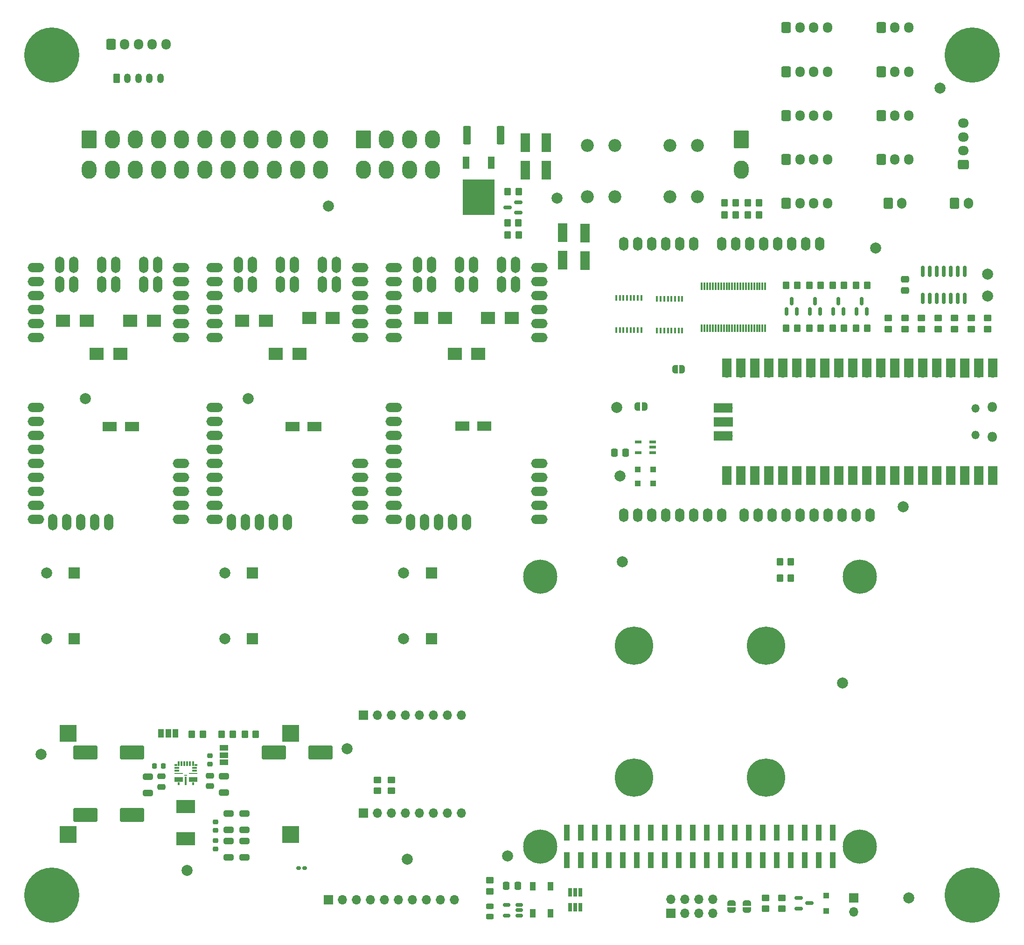
<source format=gbr>
%TF.GenerationSoftware,KiCad,Pcbnew,6.0.5+dfsg-1~bpo11+1*%
%TF.CreationDate,2022-06-23T19:20:11+00:00*%
%TF.ProjectId,OpenMowerMainboard,4f70656e-4d6f-4776-9572-4d61696e626f,rev?*%
%TF.SameCoordinates,Original*%
%TF.FileFunction,Soldermask,Top*%
%TF.FilePolarity,Negative*%
%FSLAX46Y46*%
G04 Gerber Fmt 4.6, Leading zero omitted, Abs format (unit mm)*
G04 Created by KiCad (PCBNEW 6.0.5+dfsg-1~bpo11+1) date 2022-06-23 19:20:11*
%MOMM*%
%LPD*%
G01*
G04 APERTURE LIST*
G04 Aperture macros list*
%AMRoundRect*
0 Rectangle with rounded corners*
0 $1 Rounding radius*
0 $2 $3 $4 $5 $6 $7 $8 $9 X,Y pos of 4 corners*
0 Add a 4 corners polygon primitive as box body*
4,1,4,$2,$3,$4,$5,$6,$7,$8,$9,$2,$3,0*
0 Add four circle primitives for the rounded corners*
1,1,$1+$1,$2,$3*
1,1,$1+$1,$4,$5*
1,1,$1+$1,$6,$7*
1,1,$1+$1,$8,$9*
0 Add four rect primitives between the rounded corners*
20,1,$1+$1,$2,$3,$4,$5,0*
20,1,$1+$1,$4,$5,$6,$7,0*
20,1,$1+$1,$6,$7,$8,$9,0*
20,1,$1+$1,$8,$9,$2,$3,0*%
%AMFreePoly0*
4,1,22,0.500000,-0.750000,0.000000,-0.750000,0.000000,-0.745033,-0.079941,-0.743568,-0.215256,-0.701293,-0.333266,-0.622738,-0.424486,-0.514219,-0.481581,-0.384460,-0.499164,-0.250000,-0.500000,-0.250000,-0.500000,0.250000,-0.499164,0.250000,-0.499963,0.256109,-0.478152,0.396186,-0.417904,0.524511,-0.324060,0.630769,-0.204165,0.706417,-0.067858,0.745374,0.000000,0.744959,0.000000,0.750000,
0.500000,0.750000,0.500000,-0.750000,0.500000,-0.750000,$1*%
%AMFreePoly1*
4,1,20,0.000000,0.744959,0.073905,0.744508,0.209726,0.703889,0.328688,0.626782,0.421226,0.519385,0.479903,0.390333,0.500000,0.250000,0.500000,-0.250000,0.499851,-0.262216,0.476331,-0.402017,0.414519,-0.529596,0.319384,-0.634700,0.198574,-0.708877,0.061801,-0.746166,0.000000,-0.745033,0.000000,-0.750000,-0.500000,-0.750000,-0.500000,0.750000,0.000000,0.750000,0.000000,0.744959,
0.000000,0.744959,$1*%
G04 Aperture macros list end*
%ADD10RoundRect,0.250001X-1.099999X-1.399999X1.099999X-1.399999X1.099999X1.399999X-1.099999X1.399999X0*%
%ADD11O,2.700000X3.300000*%
%ADD12RoundRect,0.250000X-0.600000X-0.725000X0.600000X-0.725000X0.600000X0.725000X-0.600000X0.725000X0*%
%ADD13O,1.700000X1.950000*%
%ADD14RoundRect,0.249999X-0.350001X-0.625001X0.350001X-0.625001X0.350001X0.625001X-0.350001X0.625001X0*%
%ADD15O,1.200000X1.750000*%
%ADD16C,0.900000*%
%ADD17C,10.000000*%
%ADD18R,1.800000X3.500000*%
%ADD19C,2.000000*%
%ADD20O,3.000000X1.700000*%
%ADD21O,1.700000X3.000000*%
%ADD22R,0.400000X1.000000*%
%ADD23RoundRect,0.250000X-0.450000X0.350000X-0.450000X-0.350000X0.450000X-0.350000X0.450000X0.350000X0*%
%ADD24RoundRect,0.225000X-0.250000X0.225000X-0.250000X-0.225000X0.250000X-0.225000X0.250000X0.225000X0*%
%ADD25RoundRect,0.150000X-0.587500X-0.150000X0.587500X-0.150000X0.587500X0.150000X-0.587500X0.150000X0*%
%ADD26RoundRect,0.250000X0.350000X0.450000X-0.350000X0.450000X-0.350000X-0.450000X0.350000X-0.450000X0*%
%ADD27RoundRect,0.250000X-0.350000X-0.450000X0.350000X-0.450000X0.350000X0.450000X-0.350000X0.450000X0*%
%ADD28RoundRect,0.250000X-0.337500X-0.475000X0.337500X-0.475000X0.337500X0.475000X-0.337500X0.475000X0*%
%ADD29R,2.000000X2.000000*%
%ADD30RoundRect,0.243750X-0.456250X0.243750X-0.456250X-0.243750X0.456250X-0.243750X0.456250X0.243750X0*%
%ADD31C,6.950000*%
%ADD32RoundRect,0.150000X0.512500X0.150000X-0.512500X0.150000X-0.512500X-0.150000X0.512500X-0.150000X0*%
%ADD33RoundRect,0.250000X1.950000X1.000000X-1.950000X1.000000X-1.950000X-1.000000X1.950000X-1.000000X0*%
%ADD34C,2.350000*%
%ADD35RoundRect,0.250000X0.450000X-0.350000X0.450000X0.350000X-0.450000X0.350000X-0.450000X-0.350000X0*%
%ADD36R,1.100000X1.100000*%
%ADD37R,1.700000X1.700000*%
%ADD38O,1.700000X1.700000*%
%ADD39RoundRect,0.225000X0.250000X-0.225000X0.250000X0.225000X-0.250000X0.225000X-0.250000X-0.225000X0*%
%ADD40RoundRect,0.250000X0.650000X-0.325000X0.650000X0.325000X-0.650000X0.325000X-0.650000X-0.325000X0*%
%ADD41R,2.500000X2.300000*%
%ADD42R,3.429000X2.413000*%
%ADD43R,2.500000X1.800000*%
%ADD44RoundRect,0.250000X-0.475000X0.337500X-0.475000X-0.337500X0.475000X-0.337500X0.475000X0.337500X0*%
%ADD45RoundRect,0.150000X0.150000X-0.587500X0.150000X0.587500X-0.150000X0.587500X-0.150000X-0.587500X0*%
%ADD46R,3.048000X3.048000*%
%ADD47C,6.200000*%
%ADD48R,1.000000X3.000000*%
%ADD49FreePoly0,180.000000*%
%ADD50FreePoly1,180.000000*%
%ADD51RoundRect,0.250000X-0.650000X0.325000X-0.650000X-0.325000X0.650000X-0.325000X0.650000X0.325000X0*%
%ADD52R,0.650000X1.560000*%
%ADD53RoundRect,0.250000X-0.600000X-0.750000X0.600000X-0.750000X0.600000X0.750000X-0.600000X0.750000X0*%
%ADD54O,1.700000X2.000000*%
%ADD55RoundRect,0.250000X-1.950000X-1.000000X1.950000X-1.000000X1.950000X1.000000X-1.950000X1.000000X0*%
%ADD56R,1.500000X1.000000*%
%ADD57R,0.300000X1.425000*%
%ADD58R,1.150000X0.600000*%
%ADD59RoundRect,0.225000X0.225000X0.250000X-0.225000X0.250000X-0.225000X-0.250000X0.225000X-0.250000X0*%
%ADD60RoundRect,0.250000X0.725000X-0.600000X0.725000X0.600000X-0.725000X0.600000X-0.725000X-0.600000X0*%
%ADD61O,1.950000X1.700000*%
%ADD62RoundRect,0.250000X-0.475000X0.250000X-0.475000X-0.250000X0.475000X-0.250000X0.475000X0.250000X0*%
%ADD63R,1.200000X2.200000*%
%ADD64R,5.800000X6.400000*%
%ADD65R,1.000000X1.500000*%
%ADD66O,1.500000X1.500000*%
%ADD67O,1.800000X1.800000*%
%ADD68R,1.700000X3.500000*%
%ADD69R,3.500000X1.700000*%
%ADD70RoundRect,0.160000X0.222500X0.160000X-0.222500X0.160000X-0.222500X-0.160000X0.222500X-0.160000X0*%
%ADD71FreePoly0,90.000000*%
%ADD72FreePoly1,90.000000*%
%ADD73RoundRect,0.250000X0.337500X0.475000X-0.337500X0.475000X-0.337500X-0.475000X0.337500X-0.475000X0*%
%ADD74R,0.875000X0.300000*%
%ADD75R,1.525000X0.250000*%
%ADD76R,1.525000X0.950000*%
%ADD77R,0.450000X0.600000*%
%ADD78R,0.300000X1.650000*%
%ADD79R,0.450000X0.875000*%
%ADD80R,0.300000X0.875000*%
%ADD81R,0.500000X0.350000*%
%ADD82R,0.600000X0.250000*%
%ADD83RoundRect,0.249999X0.450001X1.425001X-0.450001X1.425001X-0.450001X-1.425001X0.450001X-1.425001X0*%
%ADD84RoundRect,0.150000X0.150000X-0.825000X0.150000X0.825000X-0.150000X0.825000X-0.150000X-0.825000X0*%
%ADD85O,1.727200X2.500000*%
%ADD86RoundRect,0.150000X0.587500X0.150000X-0.587500X0.150000X-0.587500X-0.150000X0.587500X-0.150000X0*%
G04 APERTURE END LIST*
D10*
%TO.C,J1*%
X33250000Y-45250000D03*
D11*
X37450000Y-45250000D03*
X41650000Y-45250000D03*
X45850000Y-45250000D03*
X50050000Y-45250000D03*
X54250000Y-45250000D03*
X58450000Y-45250000D03*
X62650000Y-45250000D03*
X66850000Y-45250000D03*
X71050000Y-45250000D03*
X75250000Y-45250000D03*
X33250000Y-50750000D03*
X37450000Y-50750000D03*
X41650000Y-50750000D03*
X45850000Y-50750000D03*
X50050000Y-50750000D03*
X54250000Y-50750000D03*
X58450000Y-50750000D03*
X62650000Y-50750000D03*
X66850000Y-50750000D03*
X71050000Y-50750000D03*
X75250000Y-50750000D03*
%TD*%
D10*
%TO.C,J2*%
X83000000Y-45250000D03*
D11*
X87200000Y-45250000D03*
X91400000Y-45250000D03*
X95600000Y-45250000D03*
X83000000Y-50750000D03*
X87200000Y-50750000D03*
X91400000Y-50750000D03*
X95600000Y-50750000D03*
%TD*%
D10*
%TO.C,J3*%
X151600000Y-45250000D03*
D11*
X151600000Y-50750000D03*
%TD*%
D12*
%TO.C,J13*%
X177000000Y-40935000D03*
D13*
X179500000Y-40935000D03*
X182000000Y-40935000D03*
%TD*%
D12*
%TO.C,J14*%
X177000000Y-48902500D03*
D13*
X179500000Y-48902500D03*
X182000000Y-48902500D03*
%TD*%
D12*
%TO.C,J5*%
X159750000Y-25000000D03*
D13*
X162250000Y-25000000D03*
X164750000Y-25000000D03*
X167250000Y-25000000D03*
%TD*%
D12*
%TO.C,J6*%
X159750000Y-32967500D03*
D13*
X162250000Y-32967500D03*
X164750000Y-32967500D03*
X167250000Y-32967500D03*
%TD*%
D12*
%TO.C,J7*%
X159750000Y-40935000D03*
D13*
X162250000Y-40935000D03*
X164750000Y-40935000D03*
X167250000Y-40935000D03*
%TD*%
D12*
%TO.C,J8*%
X159750000Y-48902500D03*
D13*
X162250000Y-48902500D03*
X164750000Y-48902500D03*
X167250000Y-48902500D03*
%TD*%
D12*
%TO.C,J9*%
X159750000Y-56870000D03*
D13*
X162250000Y-56870000D03*
X164750000Y-56870000D03*
X167250000Y-56870000D03*
%TD*%
D12*
%TO.C,J12*%
X177000000Y-32967500D03*
D13*
X179500000Y-32967500D03*
X182000000Y-32967500D03*
%TD*%
D14*
%TO.C,J10*%
X38200000Y-34200000D03*
D15*
X40200000Y-34200000D03*
X42200000Y-34200000D03*
X44200000Y-34200000D03*
X46200000Y-34200000D03*
%TD*%
D12*
%TO.C,J11*%
X177000000Y-25000000D03*
D13*
X179500000Y-25000000D03*
X182000000Y-25000000D03*
%TD*%
D16*
%TO.C,H1*%
X23848350Y-32651650D03*
X29151650Y-27348350D03*
X22750000Y-30000000D03*
X30250000Y-30000000D03*
X23848350Y-27348350D03*
X29151650Y-32651650D03*
X26500000Y-26250000D03*
X26500000Y-33750000D03*
D17*
X26500000Y-30000000D03*
%TD*%
D16*
%TO.C,H2*%
X30250000Y-182500000D03*
D17*
X26500000Y-182500000D03*
D16*
X23848350Y-179848350D03*
X22750000Y-182500000D03*
X29151650Y-179848350D03*
X26500000Y-186250000D03*
X29151650Y-185151650D03*
X26500000Y-178750000D03*
X23848350Y-185151650D03*
%TD*%
%TO.C,H3*%
X196151650Y-32651650D03*
X197250000Y-30000000D03*
X193500000Y-26250000D03*
D17*
X193500000Y-30000000D03*
D16*
X193500000Y-33750000D03*
X196151650Y-27348350D03*
X190848350Y-27348350D03*
X190848350Y-32651650D03*
X189750000Y-30000000D03*
%TD*%
%TO.C,H4*%
X193500000Y-186250000D03*
X196151650Y-179848350D03*
X197250000Y-182500000D03*
X190848350Y-185151650D03*
X190848350Y-179848350D03*
X196151650Y-185151650D03*
D17*
X193500000Y-182500000D03*
D16*
X189750000Y-182500000D03*
X193500000Y-178750000D03*
%TD*%
D18*
%TO.C,D15*%
X123250000Y-67300000D03*
X123250000Y-62300000D03*
%TD*%
D19*
%TO.C,FID16*%
X118200000Y-55950000D03*
%TD*%
D20*
%TO.C,U5*%
X56060000Y-111775000D03*
X56060000Y-109235000D03*
X56060000Y-104155000D03*
X56060000Y-101615000D03*
X56060000Y-99075000D03*
X56060000Y-76215000D03*
X82460000Y-73675000D03*
X82460000Y-76215000D03*
X56060000Y-106695000D03*
X56060000Y-73675000D03*
X56060000Y-96535000D03*
D21*
X59100000Y-114815000D03*
X61640000Y-114815000D03*
X66720000Y-114815000D03*
X69260000Y-114815000D03*
D20*
X82460000Y-114315000D03*
X82460000Y-111775000D03*
X82460000Y-109235000D03*
X82460000Y-106695000D03*
X82460000Y-68595000D03*
D21*
X64180000Y-114815000D03*
D20*
X82460000Y-71135000D03*
X56060000Y-93995000D03*
X56060000Y-114315000D03*
X82460000Y-104155000D03*
X56060000Y-68595000D03*
X56060000Y-71135000D03*
D21*
X75610000Y-71635000D03*
X78150000Y-71635000D03*
X78150000Y-68095000D03*
X75610000Y-68095000D03*
X70530000Y-68095000D03*
X67990000Y-71635000D03*
X70530000Y-71635000D03*
X67990000Y-68095000D03*
D20*
X56060000Y-78755000D03*
X56060000Y-81295000D03*
X82460000Y-81295000D03*
X82460000Y-78755000D03*
D21*
X60370000Y-68095000D03*
X62910000Y-71635000D03*
X62910000Y-68095000D03*
X60370000Y-71635000D03*
%TD*%
D22*
%TO.C,U9*%
X128925000Y-79900000D03*
X129575000Y-79900000D03*
X130225000Y-79900000D03*
X130875000Y-79900000D03*
X131525000Y-79900000D03*
X132175000Y-79900000D03*
X132825000Y-79900000D03*
X133475000Y-79900000D03*
X133475000Y-74100000D03*
X132825000Y-74100000D03*
X132175000Y-74100000D03*
X131525000Y-74100000D03*
X130875000Y-74100000D03*
X130225000Y-74100000D03*
X129575000Y-74100000D03*
X128925000Y-74100000D03*
%TD*%
D23*
%TO.C,R5*%
X159000000Y-183000000D03*
X159000000Y-185000000D03*
%TD*%
D24*
%TO.C,C19*%
X56200000Y-172625000D03*
X56200000Y-174175000D03*
%TD*%
D25*
%TO.C,Q3*%
X162062500Y-183050000D03*
X162062500Y-184950000D03*
X163937500Y-184000000D03*
%TD*%
D26*
%TO.C,R41*%
X154800000Y-56800000D03*
X152800000Y-56800000D03*
%TD*%
D27*
%TO.C,R26*%
X109220000Y-62650000D03*
X111220000Y-62650000D03*
%TD*%
D19*
%TO.C,FID6*%
X130000000Y-122000000D03*
%TD*%
D28*
%TO.C,C25*%
X108962500Y-180800000D03*
X111037500Y-180800000D03*
%TD*%
D29*
%TO.C,C3*%
X62849646Y-124000000D03*
D19*
X57849646Y-124000000D03*
%TD*%
D30*
%TO.C,D23*%
X106000000Y-184522500D03*
X106000000Y-186397500D03*
%TD*%
D31*
%TO.C,MH6*%
X132100000Y-161200000D03*
%TD*%
D32*
%TO.C,U7*%
X111307500Y-186220000D03*
X111307500Y-185270000D03*
X111307500Y-184320000D03*
X109032500Y-184320000D03*
X109032500Y-186220000D03*
%TD*%
D33*
%TO.C,C10*%
X41000000Y-168000000D03*
X32600000Y-168000000D03*
%TD*%
D34*
%TO.C,F4*%
X128675000Y-55700000D03*
X123675000Y-55700000D03*
X143675000Y-55700000D03*
X138675000Y-55700000D03*
%TD*%
D26*
%TO.C,R40*%
X150600000Y-56800000D03*
X148600000Y-56800000D03*
%TD*%
D35*
%TO.C,R50*%
X196320000Y-79720000D03*
X196320000Y-77720000D03*
%TD*%
D26*
%TO.C,R43*%
X154800000Y-59000000D03*
X152800000Y-59000000D03*
%TD*%
D23*
%TO.C,R13*%
X88090000Y-161600000D03*
X88090000Y-163600000D03*
%TD*%
D36*
%TO.C,D14*%
X132800000Y-107800000D03*
X135600000Y-107800000D03*
%TD*%
D29*
%TO.C,C2*%
X30517323Y-136000000D03*
D19*
X25517323Y-136000000D03*
%TD*%
D20*
%TO.C,U4*%
X23560000Y-111775000D03*
X23560000Y-109235000D03*
X23560000Y-104155000D03*
X23560000Y-101615000D03*
X23560000Y-99075000D03*
X23560000Y-76215000D03*
X49960000Y-73675000D03*
X23560000Y-106695000D03*
X23560000Y-73675000D03*
X49960000Y-76215000D03*
X23560000Y-96535000D03*
D21*
X26600000Y-114815000D03*
X29140000Y-114815000D03*
X34220000Y-114815000D03*
X36760000Y-114815000D03*
D20*
X49960000Y-114315000D03*
X49960000Y-111775000D03*
X49960000Y-109235000D03*
X49960000Y-106695000D03*
D21*
X31680000Y-114815000D03*
D20*
X23560000Y-71135000D03*
X23560000Y-114315000D03*
X49960000Y-71135000D03*
X49960000Y-68595000D03*
X23560000Y-93995000D03*
X49960000Y-104155000D03*
X23560000Y-68595000D03*
D21*
X45650000Y-68095000D03*
X43110000Y-71635000D03*
X45650000Y-71635000D03*
X43110000Y-68095000D03*
X38030000Y-71635000D03*
X35490000Y-71635000D03*
X35490000Y-68095000D03*
X38030000Y-68095000D03*
D20*
X23560000Y-81295000D03*
X23560000Y-78755000D03*
X49960000Y-81295000D03*
X49960000Y-78755000D03*
D21*
X30410000Y-71635000D03*
X27870000Y-71635000D03*
X30410000Y-68095000D03*
X27870000Y-68095000D03*
%TD*%
D37*
%TO.C,J20*%
X76650000Y-183350000D03*
D38*
X79190000Y-183350000D03*
X81730000Y-183350000D03*
X84270000Y-183350000D03*
X86810000Y-183350000D03*
X89350000Y-183350000D03*
X91890000Y-183350000D03*
X94430000Y-183350000D03*
X96970000Y-183350000D03*
X99510000Y-183350000D03*
%TD*%
D27*
%TO.C,R15*%
X168216666Y-79600000D03*
X170216666Y-79600000D03*
%TD*%
D31*
%TO.C,MH7*%
X132100000Y-137200000D03*
%TD*%
D29*
%TO.C,C4*%
X95349646Y-136000000D03*
D19*
X90349646Y-136000000D03*
%TD*%
%TO.C,FID5*%
X182000000Y-183000000D03*
%TD*%
D23*
%TO.C,R48*%
X193320000Y-77720000D03*
X193320000Y-79720000D03*
%TD*%
D33*
%TO.C,C9*%
X41000000Y-156600000D03*
X32600000Y-156600000D03*
%TD*%
D39*
%TO.C,C18*%
X56200000Y-170775000D03*
X56200000Y-169225000D03*
%TD*%
D19*
%TO.C,FID11*%
X80100000Y-155950000D03*
%TD*%
D40*
%TO.C,C16*%
X58600000Y-170675000D03*
X58600000Y-167725000D03*
%TD*%
D41*
%TO.C,D7*%
X73175000Y-77750000D03*
X77475000Y-77750000D03*
%TD*%
D42*
%TO.C,L1*%
X50800000Y-166479000D03*
X50800000Y-172321000D03*
%TD*%
D43*
%TO.C,D19*%
X70150000Y-97400000D03*
X74150000Y-97400000D03*
%TD*%
D41*
%TO.C,D5*%
X28545000Y-78250000D03*
X32845000Y-78250000D03*
%TD*%
D20*
%TO.C,U6*%
X88560000Y-111775000D03*
X88560000Y-109235000D03*
X88560000Y-104155000D03*
X88560000Y-101615000D03*
X88560000Y-99075000D03*
X114960000Y-76215000D03*
X114960000Y-73675000D03*
X88560000Y-73675000D03*
X88560000Y-76215000D03*
X88560000Y-106695000D03*
X88560000Y-96535000D03*
D21*
X91600000Y-114815000D03*
X94140000Y-114815000D03*
X99220000Y-114815000D03*
X101760000Y-114815000D03*
D20*
X114960000Y-114315000D03*
X114960000Y-111775000D03*
X114960000Y-109235000D03*
X114960000Y-106695000D03*
X114960000Y-104155000D03*
X88560000Y-93995000D03*
X114960000Y-68595000D03*
D21*
X96680000Y-114815000D03*
D20*
X88560000Y-114315000D03*
X88560000Y-68595000D03*
X88560000Y-71135000D03*
X114960000Y-71135000D03*
D21*
X110650000Y-71635000D03*
X108110000Y-71635000D03*
X110650000Y-68095000D03*
X108110000Y-68095000D03*
X100490000Y-68095000D03*
X100490000Y-71635000D03*
X103030000Y-68095000D03*
X103030000Y-71635000D03*
D20*
X88560000Y-81295000D03*
X114960000Y-78755000D03*
X114960000Y-81295000D03*
X88560000Y-78755000D03*
D21*
X95410000Y-68095000D03*
X92870000Y-68095000D03*
X95410000Y-71635000D03*
X92870000Y-71635000D03*
%TD*%
D41*
%TO.C,D9*%
X67100000Y-84250000D03*
X71400000Y-84250000D03*
%TD*%
D26*
%TO.C,R11*%
X59300000Y-153300000D03*
X57300000Y-153300000D03*
%TD*%
D35*
%TO.C,R7*%
X85550000Y-163600000D03*
X85550000Y-161600000D03*
%TD*%
D31*
%TO.C,MH5*%
X156100000Y-161200000D03*
%TD*%
D36*
%TO.C,D13*%
X135600000Y-105200000D03*
X132800000Y-105200000D03*
%TD*%
D35*
%TO.C,R44*%
X187320000Y-79720000D03*
X187320000Y-77720000D03*
%TD*%
D26*
%TO.C,R12*%
X63500000Y-153300000D03*
X61500000Y-153300000D03*
%TD*%
D34*
%TO.C,F2*%
X123675000Y-46350000D03*
X128675000Y-46350000D03*
X138675000Y-46350000D03*
X143675000Y-46350000D03*
%TD*%
D29*
%TO.C,C8*%
X95349646Y-124000000D03*
D19*
X90349646Y-124000000D03*
%TD*%
D29*
%TO.C,C6*%
X30517323Y-124000000D03*
D19*
X25517323Y-124000000D03*
%TD*%
D22*
%TO.C,U10*%
X136325000Y-80000000D03*
X136975000Y-80000000D03*
X137625000Y-80000000D03*
X138275000Y-80000000D03*
X138925000Y-80000000D03*
X139575000Y-80000000D03*
X140225000Y-80000000D03*
X140875000Y-80000000D03*
X140875000Y-74200000D03*
X140225000Y-74200000D03*
X139575000Y-74200000D03*
X138925000Y-74200000D03*
X138275000Y-74200000D03*
X137625000Y-74200000D03*
X136975000Y-74200000D03*
X136325000Y-74200000D03*
%TD*%
D43*
%TO.C,D20*%
X100950000Y-97350000D03*
X104950000Y-97350000D03*
%TD*%
D44*
%TO.C,C5*%
X181320000Y-70682500D03*
X181320000Y-72757500D03*
%TD*%
D19*
%TO.C,FID1*%
X91000000Y-176000000D03*
%TD*%
%TO.C,FID9*%
X109200000Y-175400000D03*
%TD*%
D45*
%TO.C,Q16*%
X172499999Y-76537500D03*
X174399999Y-76537500D03*
X173449999Y-74662500D03*
%TD*%
D12*
%TO.C,J4*%
X37200000Y-28000000D03*
D13*
X39700000Y-28000000D03*
X42200000Y-28000000D03*
X44700000Y-28000000D03*
X47200000Y-28000000D03*
%TD*%
D46*
%TO.C,U1*%
X29450000Y-171524000D03*
X29450000Y-153124000D03*
X69850000Y-153124000D03*
X69850000Y-171524000D03*
%TD*%
D19*
%TO.C,FID10*%
X62100000Y-92400000D03*
%TD*%
D47*
%TO.C,MH3*%
X115100000Y-124700000D03*
%TD*%
D48*
%TO.C,J21*%
X119970000Y-171180000D03*
X119970000Y-176220000D03*
X122510000Y-171180000D03*
X122510000Y-176220000D03*
X125050000Y-171180000D03*
X125050000Y-176220000D03*
X127590000Y-171180000D03*
X127590000Y-176220000D03*
X130130000Y-171180000D03*
X130130000Y-176220000D03*
X132670000Y-171180000D03*
X132670000Y-176220000D03*
X135210000Y-171180000D03*
X135210000Y-176220000D03*
X137750000Y-171180000D03*
X137750000Y-176220000D03*
X140290000Y-171180000D03*
X140290000Y-176220000D03*
X142830000Y-171180000D03*
X142830000Y-176220000D03*
X145370000Y-171180000D03*
X145370000Y-176220000D03*
X147910000Y-171180000D03*
X147910000Y-176220000D03*
X150450000Y-171180000D03*
X150450000Y-176220000D03*
X152990000Y-171180000D03*
X152990000Y-176220000D03*
X155530000Y-171180000D03*
X155530000Y-176220000D03*
X158070000Y-171180000D03*
X158070000Y-176220000D03*
X160610000Y-171180000D03*
X160610000Y-176220000D03*
X163150000Y-171180000D03*
X163150000Y-176220000D03*
X165690000Y-171180000D03*
X165690000Y-176220000D03*
X168230000Y-171180000D03*
X168230000Y-176220000D03*
%TD*%
D49*
%TO.C,JP6*%
X134050000Y-93800000D03*
D50*
X132750000Y-93800000D03*
%TD*%
D23*
%TO.C,R46*%
X181320000Y-77720000D03*
X181320000Y-79720000D03*
%TD*%
D27*
%TO.C,R2*%
X158600000Y-122030000D03*
X160600000Y-122030000D03*
%TD*%
%TO.C,R9*%
X163983333Y-79600000D03*
X165983333Y-79600000D03*
%TD*%
%TO.C,R10*%
X163983333Y-71800000D03*
X165983333Y-71800000D03*
%TD*%
D29*
%TO.C,C7*%
X62849646Y-136000000D03*
D19*
X57849646Y-136000000D03*
%TD*%
D27*
%TO.C,R19*%
X172449999Y-79600000D03*
X174449999Y-79600000D03*
%TD*%
D51*
%TO.C,C20*%
X61400000Y-172725000D03*
X61400000Y-175675000D03*
%TD*%
D41*
%TO.C,D10*%
X105675000Y-77750000D03*
X109975000Y-77750000D03*
%TD*%
D52*
%TO.C,U3*%
X122430000Y-182060000D03*
X121480000Y-182060000D03*
X120530000Y-182060000D03*
X120530000Y-184760000D03*
X121480000Y-184760000D03*
X122430000Y-184760000D03*
%TD*%
D23*
%TO.C,R18*%
X106000000Y-179840000D03*
X106000000Y-181840000D03*
%TD*%
D26*
%TO.C,R42*%
X150600000Y-59000000D03*
X148600000Y-59000000D03*
%TD*%
D23*
%TO.C,R49*%
X190320000Y-77720000D03*
X190320000Y-79720000D03*
%TD*%
D27*
%TO.C,R16*%
X168216666Y-71800000D03*
X170216666Y-71800000D03*
%TD*%
D51*
%TO.C,C11*%
X57700000Y-160925000D03*
X57700000Y-163875000D03*
%TD*%
D40*
%TO.C,C22*%
X61400000Y-170675000D03*
X61400000Y-167725000D03*
%TD*%
D53*
%TO.C,J18*%
X190320000Y-56870000D03*
D54*
X192820000Y-56870000D03*
%TD*%
D55*
%TO.C,C23*%
X66800000Y-156600000D03*
X75200000Y-156600000D03*
%TD*%
D47*
%TO.C,MH4*%
X173100000Y-124700000D03*
%TD*%
D56*
%TO.C,JP5*%
X57700000Y-155800000D03*
X57700000Y-157100000D03*
X57700000Y-158400000D03*
%TD*%
D39*
%TO.C,C17*%
X55200000Y-158775000D03*
X55200000Y-157225000D03*
%TD*%
D27*
%TO.C,R27*%
X109170000Y-60450000D03*
X111170000Y-60450000D03*
%TD*%
D35*
%TO.C,R4*%
X156000000Y-185000000D03*
X156000000Y-183000000D03*
%TD*%
D57*
%TO.C,IC1*%
X155950000Y-71988000D03*
X155450000Y-71988000D03*
X154950000Y-71988000D03*
X154450000Y-71988000D03*
X153950000Y-71988000D03*
X153450000Y-71988000D03*
X152950000Y-71988000D03*
X152450000Y-71988000D03*
X151950000Y-71988000D03*
X151450000Y-71988000D03*
X150950000Y-71988000D03*
X150450000Y-71988000D03*
X149950000Y-71988000D03*
X149450000Y-71988000D03*
X148950000Y-71988000D03*
X148450000Y-71988000D03*
X147950000Y-71988000D03*
X147450000Y-71988000D03*
X146950000Y-71988000D03*
X146450000Y-71988000D03*
X145950000Y-71988000D03*
X145450000Y-71988000D03*
X144950000Y-71988000D03*
X144450000Y-71988000D03*
X144450000Y-79612000D03*
X144950000Y-79612000D03*
X145450000Y-79612000D03*
X145950000Y-79612000D03*
X146450000Y-79612000D03*
X146950000Y-79612000D03*
X147450000Y-79612000D03*
X147950000Y-79612000D03*
X148450000Y-79612000D03*
X148950000Y-79612000D03*
X149450000Y-79612000D03*
X149950000Y-79612000D03*
X150450000Y-79612000D03*
X150950000Y-79612000D03*
X151450000Y-79612000D03*
X151950000Y-79612000D03*
X152450000Y-79612000D03*
X152950000Y-79612000D03*
X153450000Y-79612000D03*
X153950000Y-79612000D03*
X154450000Y-79612000D03*
X154950000Y-79612000D03*
X155450000Y-79612000D03*
X155950000Y-79612000D03*
%TD*%
D58*
%TO.C,IC2*%
X135500000Y-102150000D03*
X135500000Y-101200000D03*
X135500000Y-100250000D03*
X132900000Y-100250000D03*
X132900000Y-102150000D03*
%TD*%
D53*
%TO.C,J17*%
X178250000Y-56870000D03*
D54*
X180750000Y-56870000D03*
%TD*%
D59*
%TO.C,C15*%
X46675000Y-159100000D03*
X45125000Y-159100000D03*
%TD*%
D45*
%TO.C,Q13*%
X159800000Y-76537500D03*
X161700000Y-76537500D03*
X160750000Y-74662500D03*
%TD*%
D41*
%TO.C,D11*%
X93545000Y-77750000D03*
X97845000Y-77750000D03*
%TD*%
D19*
%TO.C,FID15*%
X24550000Y-156950000D03*
%TD*%
D27*
%TO.C,R20*%
X172449999Y-71800000D03*
X174449999Y-71800000D03*
%TD*%
D60*
%TO.C,J19*%
X191870000Y-49852500D03*
D61*
X191870000Y-47352500D03*
X191870000Y-44852500D03*
X191870000Y-42352500D03*
%TD*%
D41*
%TO.C,D4*%
X40675000Y-78250000D03*
X44975000Y-78250000D03*
%TD*%
D45*
%TO.C,Q15*%
X168266666Y-76537500D03*
X170166666Y-76537500D03*
X169216666Y-74662500D03*
%TD*%
D19*
%TO.C,FID13*%
X32550000Y-92400000D03*
%TD*%
D62*
%TO.C,C14*%
X55200000Y-160850000D03*
X55200000Y-162750000D03*
%TD*%
D19*
%TO.C,FID12*%
X76650000Y-57400000D03*
%TD*%
D41*
%TO.C,D12*%
X99600000Y-84250000D03*
X103900000Y-84250000D03*
%TD*%
D43*
%TO.C,D18*%
X37000000Y-97400000D03*
X41000000Y-97400000D03*
%TD*%
D47*
%TO.C,MH2*%
X115100000Y-173700000D03*
%TD*%
D41*
%TO.C,D6*%
X34600000Y-84250000D03*
X38900000Y-84250000D03*
%TD*%
D63*
%TO.C,Q6*%
X106230000Y-49480000D03*
D64*
X103950000Y-55780000D03*
D63*
X101670000Y-49480000D03*
%TD*%
D27*
%TO.C,R8*%
X51900000Y-153300000D03*
X53900000Y-153300000D03*
%TD*%
D65*
%TO.C,D25*%
X113785000Y-185805000D03*
X116985000Y-185805000D03*
X116985000Y-180905000D03*
X113785000Y-180905000D03*
%TD*%
D31*
%TO.C,MH8*%
X156100000Y-137200000D03*
%TD*%
D19*
%TO.C,TP5*%
X129600000Y-106400000D03*
%TD*%
D66*
%TO.C,U11*%
X194115000Y-94140000D03*
D67*
X197145000Y-99290000D03*
D66*
X194115000Y-98990000D03*
D67*
X197145000Y-93840000D03*
D38*
X197275000Y-87675000D03*
D68*
X197275000Y-86775000D03*
X194735000Y-86775000D03*
D38*
X194735000Y-87675000D03*
D37*
X192195000Y-87675000D03*
D68*
X192195000Y-86775000D03*
X189655000Y-86775000D03*
D38*
X189655000Y-87675000D03*
D68*
X187115000Y-86775000D03*
D38*
X187115000Y-87675000D03*
D68*
X184575000Y-86775000D03*
D38*
X184575000Y-87675000D03*
X182035000Y-87675000D03*
D68*
X182035000Y-86775000D03*
D37*
X179495000Y-87675000D03*
D68*
X179495000Y-86775000D03*
X176955000Y-86775000D03*
D38*
X176955000Y-87675000D03*
X174415000Y-87675000D03*
D68*
X174415000Y-86775000D03*
D38*
X171875000Y-87675000D03*
D68*
X171875000Y-86775000D03*
X169335000Y-86775000D03*
D38*
X169335000Y-87675000D03*
D37*
X166795000Y-87675000D03*
D68*
X166795000Y-86775000D03*
X164255000Y-86775000D03*
D38*
X164255000Y-87675000D03*
X161715000Y-87675000D03*
D68*
X161715000Y-86775000D03*
X159175000Y-86775000D03*
D38*
X159175000Y-87675000D03*
D68*
X156635000Y-86775000D03*
D38*
X156635000Y-87675000D03*
D37*
X154095000Y-87675000D03*
D68*
X154095000Y-86775000D03*
D38*
X151555000Y-87675000D03*
D68*
X151555000Y-86775000D03*
D38*
X149015000Y-87675000D03*
D68*
X149015000Y-86775000D03*
D38*
X149015000Y-105455000D03*
D68*
X149015000Y-106355000D03*
D38*
X151555000Y-105455000D03*
D68*
X151555000Y-106355000D03*
X154095000Y-106355000D03*
D37*
X154095000Y-105455000D03*
D38*
X156635000Y-105455000D03*
D68*
X156635000Y-106355000D03*
X159175000Y-106355000D03*
D38*
X159175000Y-105455000D03*
D68*
X161715000Y-106355000D03*
D38*
X161715000Y-105455000D03*
D68*
X164255000Y-106355000D03*
D38*
X164255000Y-105455000D03*
D68*
X166795000Y-106355000D03*
D37*
X166795000Y-105455000D03*
D38*
X169335000Y-105455000D03*
D68*
X169335000Y-106355000D03*
X171875000Y-106355000D03*
D38*
X171875000Y-105455000D03*
D68*
X174415000Y-106355000D03*
D38*
X174415000Y-105455000D03*
D68*
X176955000Y-106355000D03*
D38*
X176955000Y-105455000D03*
D68*
X179495000Y-106355000D03*
D37*
X179495000Y-105455000D03*
D38*
X182035000Y-105455000D03*
D68*
X182035000Y-106355000D03*
X184575000Y-106355000D03*
D38*
X184575000Y-105455000D03*
X187115000Y-105455000D03*
D68*
X187115000Y-106355000D03*
D38*
X189655000Y-105455000D03*
D68*
X189655000Y-106355000D03*
D37*
X192195000Y-105455000D03*
D68*
X192195000Y-106355000D03*
X194735000Y-106355000D03*
D38*
X194735000Y-105455000D03*
X197275000Y-105455000D03*
D68*
X197275000Y-106355000D03*
D69*
X148345000Y-94025000D03*
D38*
X149245000Y-94025000D03*
D69*
X148345000Y-96565000D03*
D37*
X149245000Y-96565000D03*
D38*
X149245000Y-99105000D03*
D69*
X148345000Y-99105000D03*
%TD*%
D70*
%TO.C,D17*%
X72372500Y-177600000D03*
X71227500Y-177600000D03*
%TD*%
D37*
%TO.C,J23*%
X83000000Y-149870000D03*
D38*
X85540000Y-149870000D03*
X88080000Y-149870000D03*
X90620000Y-149870000D03*
X93160000Y-149870000D03*
X95700000Y-149870000D03*
X98240000Y-149870000D03*
X100780000Y-149870000D03*
%TD*%
D27*
%TO.C,R3*%
X159750000Y-79600000D03*
X161750000Y-79600000D03*
%TD*%
D19*
%TO.C,FID4*%
X176000000Y-65000000D03*
%TD*%
D26*
%TO.C,R28*%
X111230000Y-54750000D03*
X109230000Y-54750000D03*
%TD*%
D37*
%TO.C,J16*%
X83000000Y-167650000D03*
D38*
X85540000Y-167650000D03*
X88080000Y-167650000D03*
X90620000Y-167650000D03*
X93160000Y-167650000D03*
X95700000Y-167650000D03*
X98240000Y-167650000D03*
X100780000Y-167650000D03*
%TD*%
D49*
%TO.C,JP9*%
X140850000Y-87000000D03*
D50*
X139550000Y-87000000D03*
%TD*%
D18*
%TO.C,D2*%
X112400000Y-45900000D03*
X112400000Y-50900000D03*
%TD*%
D19*
%TO.C,FID7*%
X51000000Y-178000000D03*
%TD*%
D71*
%TO.C,JP8*%
X152600000Y-185250000D03*
D72*
X152600000Y-183950000D03*
%TD*%
D73*
%TO.C,C1*%
X130637500Y-102200000D03*
X128562500Y-102200000D03*
%TD*%
D74*
%TO.C,IC3*%
X49188000Y-159450000D03*
X49188000Y-159950000D03*
D75*
X49513000Y-160450000D03*
D76*
X49513000Y-161500000D03*
D77*
X49475000Y-162275000D03*
D78*
X50800000Y-161750000D03*
D77*
X52125000Y-162275000D03*
D76*
X52087000Y-161500000D03*
D75*
X52087000Y-160450000D03*
D74*
X52412000Y-159950000D03*
X52412000Y-159450000D03*
D79*
X52125000Y-158663000D03*
D80*
X51550000Y-158663000D03*
X51050000Y-158663000D03*
X50550000Y-158663000D03*
X50050000Y-158663000D03*
D79*
X49475000Y-158663000D03*
D81*
X49000000Y-158925000D03*
D82*
X50800000Y-160800000D03*
D81*
X52600000Y-158925000D03*
%TD*%
D19*
%TO.C,FID14*%
X187650000Y-35950000D03*
%TD*%
D41*
%TO.C,D8*%
X61045000Y-78250000D03*
X65345000Y-78250000D03*
%TD*%
D19*
%TO.C,TP2*%
X196320000Y-69720000D03*
%TD*%
D51*
%TO.C,C21*%
X58600000Y-172725000D03*
X58600000Y-175675000D03*
%TD*%
D37*
%TO.C,J22*%
X138800000Y-185800000D03*
D38*
X138800000Y-183260000D03*
X141340000Y-185800000D03*
X141340000Y-183260000D03*
X143880000Y-185800000D03*
X143880000Y-183260000D03*
X146420000Y-185800000D03*
X146420000Y-183260000D03*
%TD*%
D19*
%TO.C,FID2*%
X170000000Y-144000000D03*
%TD*%
D51*
%TO.C,C12*%
X43900000Y-161025000D03*
X43900000Y-163975000D03*
%TD*%
D83*
%TO.C,R51*%
X107950000Y-44500000D03*
X101850000Y-44500000D03*
%TD*%
D19*
%TO.C,FID8*%
X181000000Y-112000000D03*
%TD*%
D65*
%TO.C,JP4*%
X46300000Y-153157500D03*
X47600000Y-153157500D03*
X48900000Y-153157500D03*
%TD*%
D47*
%TO.C,MH1*%
X173100000Y-173700000D03*
%TD*%
D71*
%TO.C,JP7*%
X149800000Y-185250000D03*
D72*
X149800000Y-183950000D03*
%TD*%
D84*
%TO.C,U2*%
X184510000Y-74195000D03*
X185780000Y-74195000D03*
X187050000Y-74195000D03*
X188320000Y-74195000D03*
X189590000Y-74195000D03*
X190860000Y-74195000D03*
X192130000Y-74195000D03*
X192130000Y-69245000D03*
X190860000Y-69245000D03*
X189590000Y-69245000D03*
X188320000Y-69245000D03*
X187050000Y-69245000D03*
X185780000Y-69245000D03*
X184510000Y-69245000D03*
%TD*%
D23*
%TO.C,R47*%
X184320000Y-77720000D03*
X184320000Y-79720000D03*
%TD*%
D62*
%TO.C,C13*%
X46400000Y-160950000D03*
X46400000Y-162850000D03*
%TD*%
D45*
%TO.C,Q14*%
X164033333Y-76537500D03*
X165933333Y-76537500D03*
X164983333Y-74662500D03*
%TD*%
D27*
%TO.C,R1*%
X158600000Y-124980000D03*
X160600000Y-124980000D03*
%TD*%
%TO.C,R6*%
X159750000Y-71800000D03*
X161750000Y-71800000D03*
%TD*%
D19*
%TO.C,TP1*%
X196320000Y-73720000D03*
%TD*%
D36*
%TO.C,D1*%
X167000000Y-182600000D03*
X167000000Y-185400000D03*
%TD*%
D85*
%TO.C,XA1*%
X165860000Y-64240000D03*
X158240000Y-64240000D03*
X155700000Y-64240000D03*
X143000000Y-64240000D03*
X140460000Y-64240000D03*
X137920000Y-64240000D03*
X135380000Y-64240000D03*
X132840000Y-64240000D03*
X130300000Y-64240000D03*
X169924000Y-113500000D03*
X130300000Y-113500000D03*
X132840000Y-113500000D03*
X135380000Y-113500000D03*
X137920000Y-113500000D03*
X140460000Y-113500000D03*
X143000000Y-113500000D03*
X145540000Y-113500000D03*
X148080000Y-113500000D03*
X152144000Y-113500000D03*
X154684000Y-113500000D03*
X157224000Y-113500000D03*
X159764000Y-113500000D03*
X162304000Y-113500000D03*
X164844000Y-113500000D03*
X167384000Y-113500000D03*
X153160000Y-64240000D03*
X150620000Y-64240000D03*
X163320000Y-64240000D03*
X160780000Y-64240000D03*
X175004000Y-113500000D03*
X172464000Y-113500000D03*
X148080000Y-64240000D03*
%TD*%
D18*
%TO.C,D3*%
X116200000Y-50900000D03*
X116200000Y-45900000D03*
%TD*%
%TO.C,D16*%
X119200000Y-67250000D03*
X119200000Y-62250000D03*
%TD*%
D86*
%TO.C,Q5*%
X111097500Y-58600000D03*
X111097500Y-56700000D03*
X109222500Y-57650000D03*
%TD*%
D19*
%TO.C,FID3*%
X129000000Y-94000000D03*
%TD*%
D23*
%TO.C,R45*%
X178320000Y-77720000D03*
X178320000Y-79720000D03*
%TD*%
D37*
%TO.C,M1*%
X172000000Y-183000000D03*
D38*
X172000000Y-185540000D03*
%TD*%
M02*

</source>
